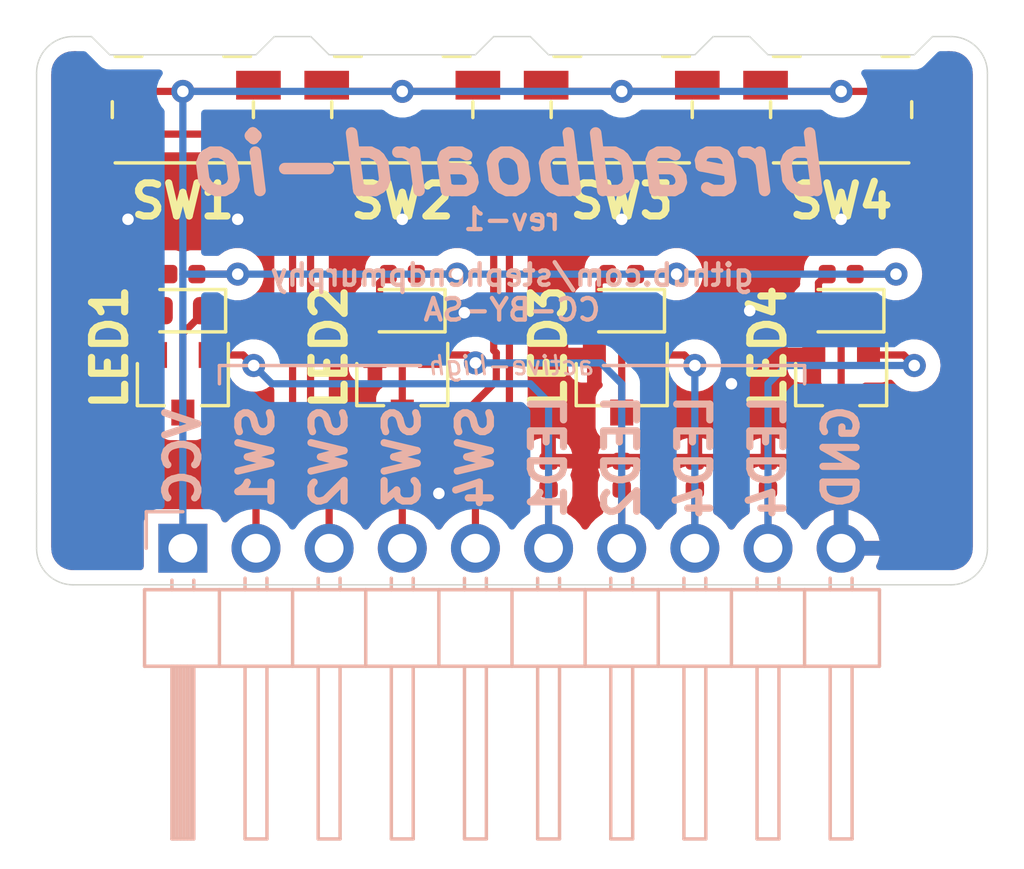
<source format=kicad_pcb>
(kicad_pcb (version 20211014) (generator pcbnew)
  (layers (0 "F.Cu" signal) (31 "B.Cu" signal) (34 "B.Paste" user) (35 "F.Paste" user) (36 "B.SilkS" user "B.Silkscreen") (37 "F.SilkS" user "F.Silkscreen") (38 "B.Mask" user) (39 "F.Mask" user) (44 "Edge.Cuts" user))
  (net 0 "")
  (net 1 "Net-(D1-Pad2)")
  (net 2 "Net-(D1-Pad1)")
  (net 3 "Net-(D2-Pad2)")
  (net 4 "Net-(D2-Pad1)")
  (net 5 "Net-(D3-Pad2)")
  (net 6 "Net-(D3-Pad1)")
  (net 7 "Net-(D4-Pad2)")
  (net 8 "Net-(D4-Pad1)")
  (net 9 "GND")
  (net 10 "LED3")
  (net 11 "LED2")
  (net 12 "LED1")
  (net 13 "LED0")
  (net 14 "SW3")
  (net 15 "SW2")
  (net 16 "SW1")
  (net 17 "SW0")
  (net 18 "VCC")
  (footprint "LED_SMD:LED_0603_1608Metric" (layer "F.Cu") (at 133.35 111.125 180)
    (fp_text reference "D2" hide)
    (fp_text value "LED")
    (fp_line (start 0.8 -0.735) (end -1.485 -0.735) (layer "F.SilkS") (width 0.12))
    (fp_line (start -1.485 -0.735) (end -1.485 0.735) (layer "F.SilkS") (width 0.12))
    (fp_line (start -1.485 0.735) (end 0.8 0.735) (layer "F.SilkS") (width 0.12))
    (pad "1" smd roundrect locked (at -0.7875 0 180) (size 0.875 0.95) (layers "F.Cu" "F.Paste" "F.Mask") (net 4 "Net-(D2-Pad1)"))
    (pad "2" smd roundrect locked (at 0.7875 0 180) (size 0.875 0.95) (layers "F.Cu" "F.Paste" "F.Mask") (net 3 "Net-(D2-Pad2)"))
  )
  (footprint "LED_SMD:LED_0603_1608Metric" (layer "F.Cu") (at 140.97 111.125 180)
    (fp_text reference "D3" hide)
    (fp_text value "LED")
    (fp_line (start -1.485 0.735) (end 0.8 0.735) (layer "F.SilkS") (width 0.12))
    (fp_line (start -1.485 -0.735) (end -1.485 0.735) (layer "F.SilkS") (width 0.12))
    (fp_line (start 0.8 -0.735) (end -1.485 -0.735) (layer "F.SilkS") (width 0.12))
    (pad "1" smd roundrect locked (at -0.7875 0 180) (size 0.875 0.95) (layers "F.Cu" "F.Paste" "F.Mask") (net 6 "Net-(D3-Pad1)"))
    (pad "2" smd roundrect locked (at 0.7875 0 180) (size 0.875 0.95) (layers "F.Cu" "F.Paste" "F.Mask") (net 5 "Net-(D3-Pad2)"))
  )
  (footprint "LED_SMD:LED_0603_1608Metric" (layer "F.Cu") (at 148.59 111.125 180)
    (fp_text reference "D4" hide)
    (fp_text value "LED")
    (fp_line (start 0.8 -0.735) (end -1.485 -0.735) (layer "F.SilkS") (width 0.12))
    (fp_line (start -1.485 0.735) (end 0.8 0.735) (layer "F.SilkS") (width 0.12))
    (fp_line (start -1.485 -0.735) (end -1.485 0.735) (layer "F.SilkS") (width 0.12))
    (pad "1" smd roundrect locked (at -0.7875 0 180) (size 0.875 0.95) (layers "F.Cu" "F.Paste" "F.Mask") (net 8 "Net-(D4-Pad1)"))
    (pad "2" smd roundrect locked (at 0.7875 0 180) (size 0.875 0.95) (layers "F.Cu" "F.Paste" "F.Mask") (net 7 "Net-(D4-Pad2)"))
  )
  (footprint "Package_TO_SOT_SMD:SOT-23" (layer "F.Cu") (at 133.35 113.665 -90)
    (fp_text reference "Q2" hide)
    (fp_text value "DMN3300U")
    (fp_line (start 0.76 -1.58) (end 0.76 -0.65) (layer "F.SilkS") (width 0.12))
    (fp_line (start 0.76 -1.58) (end -1.4 -1.58) (layer "F.SilkS") (width 0.12))
    (fp_line (start 0.76 1.58) (end 0.76 0.65) (layer "F.SilkS") (width 0.12))
    (fp_line (start 0.76 1.58) (end -0.7 1.58) (layer "F.SilkS") (width 0.12))
    (pad "1" smd rect locked (at -1 -0.95 270) (size 0.9 0.8) (layers "F.Cu" "F.Paste" "F.Mask") (net 12 "LED1"))
    (pad "2" smd rect locked (at -1 0.95 270) (size 0.9 0.8) (layers "F.Cu" "F.Paste" "F.Mask") (net 9 "GND"))
    (pad "3" smd rect locked (at 1 0 270) (size 0.9 0.8) (layers "F.Cu" "F.Paste" "F.Mask") (net 4 "Net-(D2-Pad1)"))
  )
  (footprint "Package_TO_SOT_SMD:SOT-23" (layer "F.Cu") (at 140.97 113.665 -90)
    (fp_text reference "Q3" hide)
    (fp_text value "DMN3300U")
    (fp_line (start 0.76 1.58) (end 0.76 0.65) (layer "F.SilkS") (width 0.12))
    (fp_line (start 0.76 -1.58) (end -1.4 -1.58) (layer "F.SilkS") (width 0.12))
    (fp_line (start 0.76 -1.58) (end 0.76 -0.65) (layer "F.SilkS") (width 0.12))
    (fp_line (start 0.76 1.58) (end -0.7 1.58) (layer "F.SilkS") (width 0.12))
    (pad "1" smd rect locked (at -1 -0.95 270) (size 0.9 0.8) (layers "F.Cu" "F.Paste" "F.Mask") (net 11 "LED2"))
    (pad "2" smd rect locked (at -1 0.95 270) (size 0.9 0.8) (layers "F.Cu" "F.Paste" "F.Mask") (net 9 "GND"))
    (pad "3" smd rect locked (at 1 0 270) (size 0.9 0.8) (layers "F.Cu" "F.Paste" "F.Mask") (net 6 "Net-(D3-Pad1)"))
  )
  (footprint "Package_TO_SOT_SMD:SOT-23" (layer "F.Cu") (at 148.59 113.665 -90)
    (fp_text reference "Q4" hide)
    (fp_text value "DMN3300U")
    (fp_line (start 0.76 1.58) (end 0.76 0.65) (layer "F.SilkS") (width 0.12))
    (fp_line (start 0.76 -1.58) (end -1.4 -1.58) (layer "F.SilkS") (width 0.12))
    (fp_line (start 0.76 -1.58) (end 0.76 -0.65) (layer "F.SilkS") (width 0.12))
    (fp_line (start 0.76 1.58) (end -0.7 1.58) (layer "F.SilkS") (width 0.12))
    (pad "1" smd rect locked (at -1 -0.95 270) (size 0.9 0.8) (layers "F.Cu" "F.Paste" "F.Mask") (net 10 "LED3"))
    (pad "2" smd rect locked (at -1 0.95 270) (size 0.9 0.8) (layers "F.Cu" "F.Paste" "F.Mask") (net 9 "GND"))
    (pad "3" smd rect locked (at 1 0 270) (size 0.9 0.8) (layers "F.Cu" "F.Paste" "F.Mask") (net 8 "Net-(D4-Pad1)"))
  )
  (footprint "Resistor_SMD:R_0402_1005Metric" (layer "F.Cu") (at 128.27 116.84 90)
    (fp_text reference "R1" hide)
    (fp_text value "10k")
    (pad "1" smd roundrect locked (at -0.485 0 90) (size 0.59 0.64) (layers "F.Cu" "F.Paste" "F.Mask") (net 17 "SW0"))
    (pad "2" smd roundrect locked (at 0.485 0 90) (size 0.59 0.64) (layers "F.Cu" "F.Paste" "F.Mask") (net 9 "GND"))
  )
  (footprint "Resistor_SMD:R_0402_1005Metric" (layer "F.Cu") (at 130.81 116.84 90)
    (fp_text reference "R2" hide)
    (fp_text value "10k")
    (pad "1" smd roundrect locked (at -0.485 0 90) (size 0.59 0.64) (layers "F.Cu" "F.Paste" "F.Mask") (net 16 "SW1"))
    (pad "2" smd roundrect locked (at 0.485 0 90) (size 0.59 0.64) (layers "F.Cu" "F.Paste" "F.Mask") (net 9 "GND"))
  )
  (footprint "Resistor_SMD:R_0402_1005Metric" (layer "F.Cu") (at 135.89 116.84 90)
    (fp_text reference "R4" hide)
    (fp_text value "10k")
    (pad "1" smd roundrect locked (at -0.485 0 90) (size 0.59 0.64) (layers "F.Cu" "F.Paste" "F.Mask") (net 14 "SW3"))
    (pad "2" smd roundrect locked (at 0.485 0 90) (size 0.59 0.64) (layers "F.Cu" "F.Paste" "F.Mask") (net 9 "GND"))
  )
  (footprint "Resistor_SMD:R_0402_1005Metric" (layer "F.Cu") (at 125.73 109.855 180)
    (fp_text reference "R5" hide)
    (fp_text value "330")
    (pad "1" smd roundrect locked (at -0.485 0 180) (size 0.59 0.64) (layers "F.Cu" "F.Paste" "F.Mask") (net 18 "VCC"))
    (pad "2" smd roundrect locked (at 0.485 0 180) (size 0.59 0.64) (layers "F.Cu" "F.Paste" "F.Mask") (net 1 "Net-(D1-Pad2)"))
  )
  (footprint "Resistor_SMD:R_0402_1005Metric" (layer "F.Cu") (at 133.35 109.855 180)
    (fp_text reference "R6" hide)
    (fp_text value "330")
    (pad "1" smd roundrect locked (at -0.485 0 180) (size 0.59 0.64) (layers "F.Cu" "F.Paste" "F.Mask") (net 18 "VCC"))
    (pad "2" smd roundrect locked (at 0.485 0 180) (size 0.59 0.64) (layers "F.Cu" "F.Paste" "F.Mask") (net 3 "Net-(D2-Pad2)"))
  )
  (footprint "Resistor_SMD:R_0402_1005Metric" (layer "F.Cu") (at 140.97 109.855 180)
    (fp_text reference "R7" hide)
    (fp_text value "330")
    (pad "1" smd roundrect locked (at -0.485 0 180) (size 0.59 0.64) (layers "F.Cu" "F.Paste" "F.Mask") (net 18 "VCC"))
    (pad "2" smd roundrect locked (at 0.485 0 180) (size 0.59 0.64) (layers "F.Cu" "F.Paste" "F.Mask") (net 5 "Net-(D3-Pad2)"))
  )
  (footprint "Resistor_SMD:R_0402_1005Metric" (layer "F.Cu") (at 148.59 109.855 180)
    (fp_text reference "R8" hide)
    (fp_text value "330")
    (pad "1" smd roundrect locked (at -0.485 0 180) (size 0.59 0.64) (layers "F.Cu" "F.Paste" "F.Mask") (net 18 "VCC"))
    (pad "2" smd roundrect locked (at 0.485 0 180) (size 0.59 0.64) (layers "F.Cu" "F.Paste" "F.Mask") (net 7 "Net-(D4-Pad2)"))
  )
  (footprint "Resistor_SMD:R_0402_1005Metric" (layer "F.Cu") (at 138.43 116.84 90)
    (fp_text reference "R9" hide)
    (fp_text value "10k")
    (pad "1" smd roundrect locked (at -0.485 0 90) (size 0.59 0.64) (layers "F.Cu" "F.Paste" "F.Mask") (net 13 "LED0"))
    (pad "2" smd roundrect locked (at 0.485 0 90) (size 0.59 0.64) (layers "F.Cu" "F.Paste" "F.Mask") (net 9 "GND"))
  )
  (footprint "Resistor_SMD:R_0402_1005Metric" (layer "F.Cu") (at 140.97 116.84 90)
    (fp_text reference "R10" hide)
    (fp_text value "10k")
    (pad "1" smd roundrect locked (at -0.485 0 90) (size 0.59 0.64) (layers "F.Cu" "F.Paste" "F.Mask") (net 12 "LED1"))
    (pad "2" smd roundrect locked (at 0.485 0 90) (size 0.59 0.64) (layers "F.Cu" "F.Paste" "F.Mask") (net 9 "GND"))
  )
  (footprint "Resistor_SMD:R_0402_1005Metric" (layer "F.Cu") (at 143.51 116.84 90)
    (fp_text reference "R11" hide)
    (fp_text value "10k")
    (pad "1" smd roundrect locked (at -0.485 0 90) (size 0.59 0.64) (layers "F.Cu" "F.Paste" "F.Mask") (net 11 "LED2"))
    (pad "2" smd roundrect locked (at 0.485 0 90) (size 0.59 0.64) (layers "F.Cu" "F.Paste" "F.Mask") (net 9 "GND"))
  )
  (footprint "Button_Switch_SMD:Panasonic_EVQPUJ_EVQPUA" (layer "F.Cu") (at 125.73 104.14)
    (fp_text reference "SW1" (at 0 3.175) (layer "F.SilkS") (effects (font (size 1.15 1.15) (thickness 0.25))))
    (fp_text value "SW0")
    (fp_line (start 2.35 1.85) (end -2.35 1.85) (layer "F.SilkS") (width 0.12))
    (fp_line (start 2.45 0.275) (end 2.45 -0.275) (layer "F.SilkS") (width 0.12))
    (fp_line (start 2.35 -1.85) (end 1.425 -1.85) (layer "F.SilkS") (width 0.12))
    (fp_line (start -1.425 -1.85) (end -2.35 -1.85) (layer "F.SilkS") (width 0.12))
    (fp_line (start -2.45 0.275) (end -2.45 -0.275) (layer "F.SilkS") (width 0.12))
    (pad "1" smd rect locked (at -2.625 -0.85 180) (size 1.55 1) (layers "F.Cu" "F.Paste" "F.Mask") (net 18 "VCC"))
    (pad "1" smd rect locked (at 2.625 -0.85 180) (size 1.55 1) (layers "F.Cu" "F.Paste" "F.Mask") (net 18 "VCC"))
    (pad "2" smd rect locked (at 2.625 0.85 180) (size 1.55 1) (layers "F.Cu" "F.Paste" "F.Mask") (net 17 "SW0"))
    (pad "2" smd rect locked (at -2.625 0.85 180) (size 1.55 1) (layers "F.Cu" "F.Paste" "F.Mask") (net 17 "SW0"))
  )
  (footprint "Button_Switch_SMD:Panasonic_EVQPUJ_EVQPUA" (layer "F.Cu") (at 133.35 104.14)
    (fp_text reference "SW2" (at 0 3.175) (layer "F.SilkS") (effects (font (size 1.15 1.15) (thickness 0.25))))
    (fp_text value "SW0")
    (fp_line (start -1.425 -1.85) (end -2.35 -1.85) (layer "F.SilkS") (width 0.12))
    (fp_line (start 2.35 1.85) (end -2.35 1.85) (layer "F.SilkS") (width 0.12))
    (fp_line (start 2.45 0.275) (end 2.45 -0.275) (layer "F.SilkS") (width 0.12))
    (fp_line (start 2.35 -1.85) (end 1.425 -1.85) (layer "F.SilkS") (width 0.12))
    (fp_line (start -2.45 0.275) (end -2.45 -0.275) (layer "F.SilkS") (width 0.12))
    (pad "1" smd rect locked (at -2.625 -0.85 180) (size 1.55 1) (layers "F.Cu" "F.Paste" "F.Mask") (net 18 "VCC"))
    (pad "1" smd rect locked (at 2.625 -0.85 180) (size 1.55 1) (layers "F.Cu" "F.Paste" "F.Mask") (net 18 "VCC"))
    (pad "2" smd rect locked (at -2.625 0.85 180) (size 1.55 1) (layers "F.Cu" "F.Paste" "F.Mask") (net 16 "SW1"))
    (pad "2" smd rect locked (at 2.625 0.85 180) (size 1.55 1) (layers "F.Cu" "F.Paste" "F.Mask") (net 16 "SW1"))
  )
  (footprint "Button_Switch_SMD:Panasonic_EVQPUJ_EVQPUA" (layer "F.Cu") (at 140.97 104.14)
    (fp_text reference "SW3" (at 0 3.175) (layer "F.SilkS") (effects (font (size 1.15 1.15) (thickness 0.25))))
    (fp_text value "SW0")
    (fp_line (start 2.35 -1.85) (end 1.425 -1.85) (layer "F.SilkS") (width 0.12))
    (fp_line (start 2.35 1.85) (end -2.35 1.85) (layer "F.SilkS") (width 0.12))
    (fp_line (start -2.45 0.275) (end -2.45 -0.275) (layer "F.SilkS") (width 0.12))
    (fp_line (start 2.45 0.275) (end 2.45 -0.275) (layer "F.SilkS") (width 0.12))
    (fp_line (start -1.425 -1.85) (end -2.35 -1.85) (layer "F.SilkS") (width 0.12))
    (pad "1" smd rect locked (at 2.625 -0.85 180) (size 1.55 1) (layers "F.Cu" "F.Paste" "F.Mask") (net 18 "VCC"))
    (pad "1" smd rect locked (at -2.625 -0.85 180) (size 1.55 1) (layers "F.Cu" "F.Paste" "F.Mask") (net 18 "VCC"))
    (pad "2" smd rect locked (at 2.625 0.85 180) (size 1.55 1) (layers "F.Cu" "F.Paste" "F.Mask") (net 15 "SW2"))
    (pad "2" smd rect locked (at -2.625 0.85 180) (size 1.55 1) (layers "F.Cu" "F.Paste" "F.Mask") (net 15 "SW2"))
  )
  (footprint "Button_Switch_SMD:Panasonic_EVQPUJ_EVQPUA" (layer "F.Cu") (at 148.59 104.14)
    (fp_text reference "SW4" (at 0 3.175) (layer "F.SilkS") (effects (font (size 1.15 1.15) (thickness 0.25))))
    (fp_text value "SW0")
    (fp_line (start 2.45 0.275) (end 2.45 -0.275) (layer "F.SilkS") (width 0.12))
    (fp_line (start 2.35 -1.85) (end 1.425 -1.85) (layer "F.SilkS") (width 0.12))
    (fp_line (start 2.35 1.85) (end -2.35 1.85) (layer "F.SilkS") (width 0.12))
    (fp_line (start -2.45 0.275) (end -2.45 -0.275) (layer "F.SilkS") (width 0.12))
    (fp_line (start -1.425 -1.85) (end -2.35 -1.85) (layer "F.SilkS") (width 0.12))
    (pad "1" smd rect locked (at -2.625 -0.85 180) (size 1.55 1) (layers "F.Cu" "F.Paste" "F.Mask") (net 18 "VCC"))
    (pad "1" smd rect locked (at 2.625 -0.85 180) (size 1.55 1) (layers "F.Cu" "F.Paste" "F.Mask") (net 18 "VCC"))
    (pad "2" smd rect locked (at 2.625 0.85 180) (size 1.55 1) (layers "F.Cu" "F.Paste" "F.Mask") (net 14 "SW3"))
    (pad "2" smd rect locked (at -2.625 0.85 180) (size 1.55 1) (layers "F.Cu" "F.Paste" "F.Mask") (net 14 "SW3"))
  )
  (footprint "Resistor_SMD:R_0402_1005Metric" (layer "F.Cu") (at 133.35 116.84 90)
    (fp_text reference "R3" hide)
    (fp_text value "10k")
    (pad "1" smd roundrect locked (at -0.485 0 90) (size 0.59 0.64) (layers "F.Cu" "F.Paste" "F.Mask") (net 15 "SW2"))
    (pad "2" smd roundrect locked (at 0.485 0 90) (size 0.59 0.64) (layers "F.Cu" "F.Paste" "F.Mask") (net 9 "GND"))
  )
  (footprint "LED_SMD:LED_0603_1608Metric" (layer "F.Cu") (at 125.73 111.125 180)
    (fp_text reference "D1" hide)
    (fp_text value "LED")
    (fp_line (start -1.485 -0.735) (end -1.485 0.735) (layer "F.SilkS") (width 0.12))
    (fp_line (start -1.485 0.735) (end 0.8 0.735) (layer "F.SilkS") (width 0.12))
    (fp_line (start 0.8 -0.735) (end -1.485 -0.735) (layer "F.SilkS") (width 0.12))
    (pad "1" smd roundrect locked (at -0.7875 0 180) (size 0.875 0.95) (layers "F.Cu" "F.Paste" "F.Mask") (net 2 "Net-(D1-Pad1)"))
    (pad "2" smd roundrect locked (at 0.7875 0 180) (size 0.875 0.95) (layers "F.Cu" "F.Paste" "F.Mask") (net 1 "Net-(D1-Pad2)"))
  )
  (footprint "Package_TO_SOT_SMD:SOT-23" (layer "F.Cu") (at 125.73 113.665 -90)
    (fp_text reference "Q1" hide)
    (fp_text value "DMN3300U")
    (fp_line (start 0.76 -1.58) (end -1.4 -1.58) (layer "F.SilkS") (width 0.12))
    (fp_line (start 0.76 1.58) (end 0.76 0.65) (layer "F.SilkS") (width 0.12))
    (fp_line (start 0.76 -1.58) (end 0.76 -0.65) (layer "F.SilkS") (width 0.12))
    (fp_line (start 0.76 1.58) (end -0.7 1.58) (layer "F.SilkS") (width 0.12))
    (pad "1" smd rect locked (at -1 -0.95 270) (size 0.9 0.8) (layers "F.Cu" "F.Paste" "F.Mask") (net 13 "LED0"))
    (pad "2" smd rect locked (at -1 0.95 270) (size 0.9 0.8) (layers "F.Cu" "F.Paste" "F.Mask") (net 9 "GND"))
    (pad "3" smd rect locked (at 1 0 270) (size 0.9 0.8) (layers "F.Cu" "F.Paste" "F.Mask") (net 2 "Net-(D1-Pad1)"))
  )
  (footprint "Resistor_SMD:R_0402_1005Metric" (layer "F.Cu") (at 146.05 116.84 90)
    (fp_text reference "R12" hide)
    (fp_text value "10k")
    (pad "1" smd roundrect locked (at -0.485 0 90) (size 0.59 0.64) (layers "F.Cu" "F.Paste" "F.Mask") (net 10 "LED3"))
    (pad "2" smd roundrect locked (at 0.485 0 90) (size 0.59 0.64) (layers "F.Cu" "F.Paste" "F.Mask") (net 9 "GND"))
  )
  (footprint "Connector_PinHeader_2.54mm:PinHeader_1x10_P2.54mm_Horizontal" (layer "B.Cu") (at 125.73 119.38 -90)
    (fp_text reference "J1" hide)
    (fp_text value "Conn_01x10_Male")
    (fp_line (start 10.1 -18.16) (end 4.1 -18.16) (layer "B.SilkS") (width 0.12))
    (fp_line (start 1.042929 -10.54) (end 1.44 -10.54) (layer "B.SilkS") (width 0.12))
    (fp_line (start 1.44 -21.59) (end 4.1 -21.59) (layer "B.SilkS") (width 0.12))
    (fp_line (start 1.042929 -22.48) (end 1.44 -22.48) (layer "B.SilkS") (width 0.12))
    (fp_line (start 1.44 -8.89) (end 4.1 -8.89) (layer "B.SilkS") (width 0.12))
    (fp_line (start -1.27 1.27) (end 0 1.27) (layer "B.SilkS") (width 0.12))
    (fp_line (start 4.1 -24.19) (end 4.1 1.33) (layer "B.SilkS") (width 0.12))
    (fp_line (start 10.1 -20.7) (end 4.1 -20.7) (layer "B.SilkS") (width 0.12))
    (fp_line (start 10.1 -22.48) (end 10.1 -23.24) (layer "B.SilkS") (width 0.12))
    (fp_line (start 10.1 -17.4) (end 10.1 -18.16) (layer "B.SilkS") (width 0.12))
    (fp_line (start 1.042929 -17.4) (end 1.44 -17.4) (layer "B.SilkS") (width 0.12))
    (fp_line (start 10.1 -2.16) (end 10.1 -2.92) (layer "B.SilkS") (width 0.12))
    (fp_line (start 4.1 0.2) (end 10.1 0.2) (layer "B.SilkS") (width 0.12))
    (fp_line (start 1.44 -3.81) (end 4.1 -3.81) (layer "B.SilkS") (width 0.12))
    (fp_line (start 1.44 -24.19) (end 4.1 -24.19) (layer "B.SilkS") (width 0.12))
    (fp_line (start 4.1 -22.48) (end 10.1 -22.48) (layer "B.SilkS") (width 0.12))
    (fp_line (start 1.042929 -2.92) (end 1.44 -2.92) (layer "B.SilkS") (width 0.12))
    (fp_line (start 1.44 -11.43) (end 4.1 -11.43) (layer "B.SilkS") (width 0.12))
    (fp_line (start 1.44 -1.27) (end 4.1 -1.27) (layer "B.SilkS") (width 0.12))
    (fp_line (start 1.042929 -4.7) (end 1.44 -4.7) (layer "B.SilkS") (width 0.12))
    (fp_line (start 1.042929 -14.86) (end 1.44 -14.86) (layer "B.SilkS") (width 0.12))
    (fp_line (start 10.1 0.38) (end 10.1 -0.38) (layer "B.SilkS") (width 0.12))
    (fp_line (start 10.1 -14.86) (end 10.1 -15.62) (layer "B.SilkS") (width 0.12))
    (fp_line (start 1.11 -0.38) (end 1.44 -0.38) (layer "B.SilkS") (width 0.12))
    (fp_line (start 1.44 -19.05) (end 4.1 -19.05) (layer "B.SilkS") (width 0.12))
    (fp_line (start 1.042929 -8) (end 1.44 -8) (layer "B.SilkS") (width 0.12))
    (fp_line (start 1.042929 -12.32) (end 1.44 -12.32) (layer "B.SilkS") (width 0.12))
    (fp_line (start 4.1 -0.28) (end 10.1 -0.28) (layer "B.SilkS") (width 0.12))
    (fp_line (start 10.1 -7.24) (end 10.1 -8) (layer "B.SilkS") (width 0.12))
    (fp_line (start 4.1 -12.32) (end 10.1 -12.32) (layer "B.SilkS") (width 0.12))
    (fp_line (start 4.1 0.08) (end 10.1 0.08) (layer "B.SilkS") (width 0.12))
    (fp_line (start 4.1 -0.04) (end 10.1 -0.04) (layer "B.SilkS") (width 0.12))
    (fp_line (start 10.1 -9.78) (end 10.1 -10.54) (layer "B.SilkS") (width 0.12))
    (fp_line (start 1.44 1.33) (end 1.44 -24.19) (layer "B.SilkS") (width 0.12))
    (fp_line (start 1.042929 -20.7) (end 1.44 -20.7) (layer "B.SilkS") (width 0.12))
    (fp_line (start 10.1 -0.38) (end 4.1 -0.38) (layer "B.SilkS") (width 0.12))
    (fp_line (start 10.1 -13.08) (end 4.1 -13.08) (layer "B.SilkS") (width 0.12))
    (fp_line (start 10.1 -15.62) (end 4.1 -15.62) (layer "B.SilkS") (width 0.12))
    (fp_line (start 1.11 0.38) (end 1.44 0.38) (layer "B.SilkS") (width 0.12))
    (fp_line (start 1.042929 -18.16) (end 1.44 -18.16) (layer "B.SilkS") (width 0.12))
    (fp_line (start 1.44 -16.51) (end 4.1 -16.51) (layer "B.SilkS") (width 0.12))
    (fp_line (start 1.042929 -2.16) (end 1.44 -2.16) (layer "B.SilkS") (width 0.12))
    (fp_line (start 10.1 -2.92) (end 4.1 -2.92) (layer "B.SilkS") (width 0.12))
    (fp_line (start 10.1 -19.94) (end 10.1 -20.7) (layer "B.SilkS") (width 0.12))
    (fp_line (start 1.44 -13.97) (end 4.1 -13.97) (layer "B.SilkS") (width 0.12))
    (fp_line (start 4.1 -4.7) (end 10.1 -4.7) (layer "B.SilkS") (width 0.12))
    (fp_line (start 10.1 -5.46) (end 4.1 -5.46) (layer "B.SilkS") (width 0.12))
    (fp_line (start 1.44 -6.35) (end 4.1 -6.35) (layer "B.SilkS") (width 0.12))
    (fp_line (start 1.042929 -9.78) (end 1.44 -9.78) (layer "B.SilkS") (width 0.12))
    (fp_line (start 10.1 -10.54) (end 4.1 -10.54) (layer "B.SilkS") (width 0.12))
    (fp_line (start 10.1 -12.32) (end 10.1 -13.08) (layer "B.SilkS") (width 0.12))
    (fp_line (start 10.1 -4.7) (end 10.1 -5.46) (layer "B.SilkS") (width 0.12))
    (fp_line (start 4.1 -14.86) (end 10.1 -14.86) (layer "B.SilkS") (width 0.12))
    (fp_line (start 4.1 0.38) (end 10.1 0.38) (layer "B.SilkS") (width 0.12))
    (fp_line (start 4.1 0.32) (end 10.1 0.32) (layer "B.SilkS") (width 0.12))
    (fp_line (start 1.042929 -7.24) (end 1.44 -7.24) (layer "B.SilkS") (width 0.12))
    (fp_line (start 4.1 -7.24) (end 10.1 -7.24) (layer "B.SilkS") (width 0.12))
    (fp_line (start 1.042929 -23.24) (end 1.44 -23.24) (layer "B.SilkS") (width 0.12))
    (fp_line (start 4.1 -0.16) (end 10.1 -0.16) (layer "B.SilkS") (width 0.12))
    (fp_line (start 4.1 1.33) (end 1.44 1.33) (layer "B.SilkS") (width 0.12))
    (fp_line (start 10.1 -23.24) (end 4.1 -23.24) (layer "B.SilkS") (width 0.12))
    (fp_line (start 1.042929 -13.08) (end 1.44 -13.08) (layer "B.SilkS") (width 0.12))
    (fp_line (start 4.1 -2.16) (end 10.1 -2.16) (layer "B.SilkS") (width 0.12))
    (fp_line (start 1.042929 -19.94) (end 1.44 -19.94) (layer "B.SilkS") (width 0.12))
    (fp_line (start 4.1 -9.78) (end 10.1 -9.78) (layer "B.SilkS") (width 0.12))
    (fp_line (start 1.042929 -5.46) (end 1.44 -5.46) (layer "B.SilkS") (width 0.12))
    (fp_line (start 10.1 -8) (end 4.1 -8) (layer "B.SilkS") (width 0.12))
    (fp_line (start 1.042929 -15.62) (end 1.44 -15.62) (layer "B.SilkS") (width 0.12))
    (fp_line (start 4.1 -17.4) (end 10.1 -17.4) (layer "B.SilkS") (width 0.12))
    (fp_line (start 4.1 -19.94) (end 10.1 -19.94) (layer "B.SilkS") (width 0.12))
    (fp_line (start -1.27 0) (end -1.27 1.27) (layer "B.SilkS") (width 0.12))
    (pad "1" thru_hole rect locked (at 0 0 270) (size 1.7 1.7) (drill 1) (layers *.Cu *.Mask) (net 18 "VCC"))
    (pad "2" thru_hole oval locked (at 0 -2.54 270) (size 1.7 1.7) (drill 1) (layers *.Cu *.Mask) (net 17 "SW0"))
    (pad "3" thru_hole oval locked (at 0 -5.08 270) (size 1.7 1.7) (drill 1) (layers *.Cu *.Mask) (net 16 "SW1"))
    (pad "4" thru_hole oval locked (at 0 -7.62 270) (size 1.7 1.7) (drill 1) (layers *.Cu *.Mask) (net 15 "SW2"))
    (pad "5" thru_hole oval locked (at 0 -10.16 270) (size 1.7 1.7) (drill 1) (layers *.Cu *.Mask) (net 14 "SW3"))
    (pad "6" thru_hole oval locked (at 0 -12.7 270) (size 1.7 1.7) (drill 1) (layers *.Cu *.Mask) (net 13 "LED0"))
    (pad "7" thru_hole oval locked (at 0 -15.24 270) (size 1.7 1.7) (drill 1) (layers *.Cu *.Mask) (net 12 "LED1"))
    (pad "8" thru_hole oval locked (at 0 -17.78 270) (size 1.7 1.7) (drill 1) (layers *.Cu *.Mask) (net 11 "LED2"))
    (pad "9" thru_hole oval locked (at 0 -20.32 270) (size 1.7 1.7) (drill 1) (layers *.Cu *.Mask) (net 10 "LED3"))
    (pad "10" thru_hole oval locked (at 0 -22.86 270) (size 1.7 1.7) (drill 1) (layers *.Cu *.Mask) (net 9 "GND"))
  )
  (gr_line (start 127 113.03) (end 127 113.665) (layer "B.SilkS") (width 0.12))
  (gr_line (start 147.32 113.03) (end 147.32 113.665) (layer "B.SilkS") (width 0.12))
  (gr_line (start 133.985 113.03) (end 127 113.03) (layer "B.SilkS") (width 0.12))
  (gr_line (start 140.335 113.03) (end 147.32 113.03) (layer "B.SilkS") (width 0.12))
  (gr_line (start 120.65 118.745) (end 120.65 118.11) (layer "Edge.Cuts") (width 0.05))
  (gr_line (start 120.65 119.38) (end 120.65 118.745) (layer "Edge.Cuts") (width 0.05))
  (gr_line (start 121.92 120.65) (end 152.4 120.65) (layer "Edge.Cuts") (width 0.05))
  (gr_line (start 151.765 101.6) (end 152.4 101.6) (layer "Edge.Cuts") (width 0.05))
  (gr_line (start 121.92 101.6) (end 122.555 101.6) (layer "Edge.Cuts") (width 0.05))
  (gr_line (start 153.67 119.38) (end 153.67 102.87) (layer "Edge.Cuts") (width 0.05))
  (gr_line (start 120.65 117.475) (end 120.65 102.87) (layer "Edge.Cuts") (width 0.05))
  (gr_line (start 120.65 118.11) (end 120.65 117.475) (layer "Edge.Cuts") (width 0.05))
  (gr_line (start 128.27 102.235) (end 128.905 101.6) (layer "Edge.Cuts") (width 0.05))
  (gr_arc (start 152.4 101.6) (mid 153.298026 101.971974) (end 153.67 102.87) (layer "Edge.Cuts") (width 0.05))
  (gr_arc (start 121.92 120.65) (mid 121.021974 120.278026) (end 120.65 119.38) (layer "Edge.Cuts") (width 0.05))
  (gr_line (start 128.905 101.6) (end 130.175 101.6) (layer "Edge.Cuts") (width 0.05))
  (gr_line (start 144.145 101.6) (end 145.415 101.6) (layer "Edge.Cuts") (width 0.05))
  (gr_line (start 130.175 101.6) (end 130.81 102.235) (layer "Edge.Cuts") (width 0.05))
  (gr_arc (start 120.65 102.87) (mid 121.021974 101.971974) (end 121.92 101.6) (layer "Edge.Cuts") (width 0.05))
  (gr_line (start 151.13 102.235) (end 151.765 101.6) (layer "Edge.Cuts") (width 0.05))
  (gr_line (start 138.43 102.235) (end 143.51 102.235) (layer "Edge.Cuts") (width 0.05))
  (gr_line (start 136.525 101.6) (end 137.795 101.6) (layer "Edge.Cuts") (width 0.05))
  (gr_line (start 122.555 101.6) (end 123.19 102.235) (layer "Edge.Cuts") (width 0.05))
  (gr_line (start 137.795 101.6) (end 138.43 102.235) (layer "Edge.Cuts") (width 0.05))
  (gr_line (start 143.51 102.235) (end 144.145 101.6) (layer "Edge.Cuts") (width 0.05))
  (gr_arc (start 153.67 119.38) (mid 153.298026 120.278026) (end 152.4 120.65) (layer "Edge.Cuts") (width 0.05))
  (gr_line (start 135.89 102.235) (end 136.525 101.6) (layer "Edge.Cuts") (width 0.05))
  (gr_line (start 145.415 101.6) (end 146.05 102.235) (layer "Edge.Cuts") (width 0.05))
  (gr_line (start 123.19 102.235) (end 128.27 102.235) (layer "Edge.Cuts") (width 0.05))
  (gr_line (start 146.05 102.235) (end 151.13 102.235) (layer "Edge.Cuts") (width 0.05))
  (gr_line (start 130.81 102.235) (end 135.89 102.235) (layer "Edge.Cuts") (width 0.05))
  (gr_text "LED1\n" (at 138.43 116.205 90) (layer "B.SilkS") (effects (font (size 1.15 1.15) (thickness 0.25)) (justify mirror)))
  (gr_text "VCC" (at 125.73 116.205 90) (layer "B.SilkS") (effects (font (size 1.15 1.15) (thickness 0.25)) (justify mirror)))
  (gr_text "breadboard-io" (at 137.16 106.045) (layer "B.SilkS") (effects (font (size 2 2) (thickness 0.4) italic) (justify mirror)))
  (gr_text "LED4\n" (at 146.05 116.205 90) (layer "B.SilkS") (effects (font (size 1.15 1.15) (thickness 0.25)) (justify mirror)))
  (gr_text "LED2\n" (at 140.97 116.205 90) (layer "B.SilkS") (effects (font (size 1.15 1.15) (thickness 0.25)) (justify mirror)))
  (gr_text "rev-1" (at 137.16 107.95) (layer "B.SilkS") (effects (font (size 0.75 0.75)) (justify mirror)))
  (gr_text "GND" (at 148.59 116.205 90) (layer "B.SilkS") (effects (font (size 1.15 1.15) (thickness 0.25)) (justify mirror)))
  (gr_text "SW1\n" (at 128.27 116.205 90) (layer "B.SilkS") (effects (font (size 1.15 1.15) (thickness 0.25)) (justify mirror)))
  (gr_text "SW4" (at 135.89 116.205 90) (layer "B.SilkS") (effects (font (size 1.15 1.15) (thickness 0.25)) (justify mirror)))
  (gr_text "SW3\n" (at 133.35 116.205 90) (layer "B.SilkS") (effects (font (size 1.15 1.15) (thickness 0.25)) (justify mirror)))
  (gr_text "active-high" (at 137.16 113.03) (layer "B.SilkS") (effects (font (size 0.65 0.65) (thickness 0.1) italic) (justify mirror)))
  (gr_text "LED4\n" (at 143.51 116.205 90) (layer "B.SilkS") (effects (font (size 1.15 1.15) (thickness 0.25)) (justify mirror)))
  (gr_text "SW2\n" (at 130.81 116.205 90) (layer "B.SilkS") (effects (font (size 1.15 1.15) (thickness 0.25)) (justify mirror)))
  (gr_text "github.com/stephendpmurphy\nCC-BY-SA" (at 137.16 110.49) (layer "B.SilkS") (effects (font (size 0.75 0.75)) (justify mirror)))
  (gr_text "LED4" (at 146.05 112.395 90) (layer "F.SilkS") (effects (font (size 1.15 1.15) (thickness 0.25))))
  (gr_text "LED3" (at 138.43 112.395 90) (layer "F.SilkS") (effects (font (size 1.15 1.15) (thickness 0.25))))
  (gr_text "LED1\n" (at 123.19 112.395 90) (layer "F.SilkS") (effects (font (size 1.15 1.15) (thickness 0.25))))
  (gr_text "LED2" (at 130.81 112.395 90) (layer "F.SilkS") (effects (font (size 1.15 1.15) (thickness 0.25))))
  (segment (start 124.9425 110.1575) (end 125.245 109.855) (width 0.25) (layer "F.Cu") (net 1))
  (segment (start 124.9425 111.125) (end 124.9425 110.1575) (width 0.25) (layer "F.Cu") (net 1))
  (segment (start 126.5175 111.125) (end 125.73 111.9125) (width 0.25) (layer "F.Cu") (net 2))
  (segment (start 125.73 111.9125) (end 125.73 114.665) (width 0.25) (layer "F.Cu") (net 2))
  (segment (start 132.5625 111.125) (end 132.5625 110.1575) (width 0.25) (layer "F.Cu") (net 3))
  (segment (start 132.5625 110.1575) (end 132.865 109.855) (width 0.25) (layer "F.Cu") (net 3))
  (segment (start 133.35 114.665) (end 133.35 111.9125) (width 0.25) (layer "F.Cu") (net 4))
  (segment (start 133.35 111.9125) (end 134.1375 111.125) (width 0.25) (layer "F.Cu") (net 4))
  (segment (start 140.1825 110.1575) (end 140.485 109.855) (width 0.25) (layer "F.Cu") (net 5))
  (segment (start 140.1825 111.125) (end 140.1825 110.1575) (width 0.25) (layer "F.Cu") (net 5))
  (segment (start 140.97 111.9125) (end 141.7575 111.125) (width 0.25) (layer "F.Cu") (net 6))
  (segment (start 140.97 114.665) (end 140.97 111.9125) (width 0.25) (layer "F.Cu") (net 6))
  (segment (start 147.8025 110.1575) (end 148.105 109.855) (width 0.25) (layer "F.Cu") (net 7))
  (segment (start 147.8025 111.125) (end 147.8025 110.1575) (width 0.25) (layer "F.Cu") (net 7))
  (segment (start 148.59 114.665) (end 148.59 111.9125) (width 0.25) (layer "F.Cu") (net 8))
  (segment (start 148.59 111.9125) (end 149.3775 111.125) (width 0.25) (layer "F.Cu") (net 8))
  (via (at 145.415 111.125) (size 0.8) (drill 0.4) (layers "F.Cu" "B.Cu") (net 9))
  (via (at 148.59 107.95) (size 0.8) (drill 0.4) (layers "F.Cu" "B.Cu") (net 9))
  (via (at 123.825 107.95) (size 0.8) (drill 0.4) (layers "F.Cu" "B.Cu") (net 9))
  (via (at 134.62 117.475) (size 0.8) (drill 0.4) (layers "F.Cu" "B.Cu") (net 9))
  (via (at 127.635 107.95) (size 0.8) (drill 0.4) (layers "F.Cu" "B.Cu") (net 9))
  (via (at 144.78 113.665) (size 0.8) (drill 0.4) (layers "F.Cu" "B.Cu") (net 9))
  (via (at 133.35 107.95) (size 0.8) (drill 0.4) (layers "F.Cu" "B.Cu") (net 9))
  (via (at 140.97 107.95) (size 0.8) (drill 0.4) (layers "F.Cu" "B.Cu") (net 9))
  (via (at 135.504372 111.195541) (size 0.8) (drill 0.4) (layers "F.Cu" "B.Cu") (net 9))
  (segment (start 150.765 112.665) (end 151.13 113.03) (width 0.25) (layer "F.Cu") (net 10))
  (segment (start 149.54 112.665) (end 150.765 112.665) (width 0.25) (layer "F.Cu") (net 10))
  (segment (start 146.05 119.38) (end 146.05 117.325) (width 0.25) (layer "F.Cu") (net 10))
  (via (at 151.13 113.03) (size 0.8) (drill 0.4) (layers "F.Cu" "B.Cu") (net 10))
  (segment (start 151.13 113.03) (end 146.685 113.03) (width 0.25) (layer "B.Cu") (net 10))
  (segment (start 146.685 113.03) (end 146.05 113.665) (width 0.25) (layer "B.Cu") (net 10))
  (segment (start 146.05 113.665) (end 146.05 119.38) (width 0.25) (layer "B.Cu") (net 10))
  (segment (start 143.145 112.665) (end 143.51 113.03) (width 0.25) (layer "F.Cu") (net 11))
  (segment (start 141.92 112.665) (end 143.145 112.665) (width 0.25) (layer "F.Cu") (net 11))
  (segment (start 143.51 119.38) (end 143.51 117.325) (width 0.25) (layer "F.Cu") (net 11))
  (via (at 143.51 113.03) (size 0.8) (drill 0.4) (layers "F.Cu" "B.Cu") (net 11))
  (segment (start 143.51 117.475) (end 143.51 119.38) (width 0.25) (layer "B.Cu") (net 11))
  (segment (start 143.51 113.03) (end 143.51 117.475) (width 0.25) (layer "B.Cu") (net 11))
  (segment (start 140.97 119.38) (end 140.97 117.325) (width 0.25) (layer "F.Cu") (net 12))
  (segment (start 135.615 112.665) (end 135.89 112.94) (width 0.25) (layer "F.Cu") (net 12))
  (segment (start 134.3 112.665) (end 135.615 112.665) (width 0.25) (layer "F.Cu") (net 12))
  (via (at 135.89 112.94) (size 0.8) (drill 0.4) (layers "F.Cu" "B.Cu") (net 12))
  (segment (start 140.245 112.94) (end 140.97 113.665) (width 0.25) (layer "B.Cu") (net 12))
  (segment (start 135.89 112.94) (end 140.245 112.94) (width 0.25) (layer "B.Cu") (net 12))
  (segment (start 140.97 113.665) (end 140.97 119.38) (width 0.25) (layer "B.Cu") (net 12))
  (segment (start 127.82501 112.665) (end 128.19001 113.03) (width 0.25) (layer "F.Cu") (net 13))
  (segment (start 138.43 119.38) (end 138.43 117.325) (width 0.25) (layer "F.Cu") (net 13))
  (segment (start 126.68 112.665) (end 127.82501 112.665) (width 0.25) (layer "F.Cu") (net 13))
  (via (at 128.19001 113.03) (size 0.8) (drill 0.4) (layers "F.Cu" "B.Cu") (net 13))
  (segment (start 137.795 113.665) (end 138.43 114.3) (width 0.25) (layer "B.Cu") (net 13))
  (segment (start 128.19001 113.03) (end 128.82501 113.665) (width 0.25) (layer "B.Cu") (net 13))
  (segment (start 138.43 114.3) (end 138.43 119.38) (width 0.25) (layer "B.Cu") (net 13))
  (segment (start 128.82501 113.665) (end 137.795 113.665) (width 0.25) (layer "B.Cu") (net 13))
  (segment (start 135.89 117.325) (end 136.21 117.325) (width 0.25) (layer "F.Cu") (net 14))
  (segment (start 145.965 104.99) (end 145.835 104.99) (width 0.25) (layer "F.Cu") (net 14))
  (segment (start 137.16 116.375) (end 137.069999 116.284999) (width 0.25) (layer "F.Cu") (net 14))
  (segment (start 145.835 104.99) (end 144.78 106.045) (width 0.25) (layer "F.Cu") (net 14))
  (segment (start 137.069999 116.284999) (end 137.069999 106.901411) (width 0.25) (layer "F.Cu") (net 14))
  (segment (start 137.92641 106.045) (end 137.069999 106.901411) (width 0.25) (layer "F.Cu") (net 14))
  (segment (start 136.21 117.325) (end 137.16 116.375) (width 0.25) (layer "F.Cu") (net 14))
  (segment (start 135.89 119.38) (end 135.89 117.325) (width 0.25) (layer "F.Cu") (net 14))
  (segment (start 145.965 104.99) (end 151.215 104.99) (width 0.25) (layer "F.Cu") (net 14))
  (segment (start 144.78 106.045) (end 137.92641 106.045) (width 0.25) (layer "F.Cu") (net 14))
  (segment (start 136.615001 112.591999) (end 136.615001 113.574999) (width 0.25) (layer "F.Cu") (net 15))
  (segment (start 136.525 106.68) (end 136.525 112.501998) (width 0.25) (layer "F.Cu") (net 15))
  (segment (start 138.345 104.99) (end 143.595 104.99) (width 0.25) (layer "F.Cu") (net 15))
  (segment (start 138.215 104.99) (end 136.525 106.68) (width 0.25) (layer "F.Cu") (net 15))
  (segment (start 136.525 112.501998) (end 136.615001 112.591999) (width 0.25) (layer "F.Cu") (net 15))
  (segment (start 138.345 104.99) (end 138.215 104.99) (width 0.25) (layer "F.Cu") (net 15))
  (segment (start 133.35 119.38) (end 133.35 117.325) (width 0.25) (layer "F.Cu") (net 15))
  (segment (start 136.615001 113.574999) (end 133.99501 116.19499) (width 0.25) (layer "F.Cu") (net 15))
  (segment (start 133.99501 116.19499) (end 133.99501 116.82999) (width 0.25) (layer "F.Cu") (net 15))
  (segment (start 133.99501 116.82999) (end 133.5 117.325) (width 0.25) (layer "F.Cu") (net 15))
  (segment (start 133.5 117.325) (end 133.35 117.325) (width 0.25) (layer "F.Cu") (net 15))
  (segment (start 130.16499 105.55001) (end 130.16499 116.698222) (width 0.25) (layer "F.Cu") (net 16))
  (segment (start 130.791768 117.325) (end 130.81 117.325) (width 0.25) (layer "F.Cu") (net 16))
  (segment (start 130.725 104.99) (end 130.16499 105.55001) (width 0.25) (layer "F.Cu") (net 16))
  (segment (start 130.81 119.38) (end 130.81 117.325) (width 0.25) (layer "F.Cu") (net 16))
  (segment (start 130.725 104.99) (end 135.975 104.99) (width 0.25) (layer "F.Cu") (net 16))
  (segment (start 130.16499 116.698222) (end 130.791768 117.325) (width 0.25) (layer "F.Cu") (net 16))
  (segment (start 123.105 104.99) (end 128.355 104.99) (width 0.25) (layer "F.Cu") (net 17))
  (segment (start 129.54 116.205) (end 128.42 117.325) (width 0.25) (layer "F.Cu") (net 17))
  (segment (start 128.42 117.325) (end 128.27 117.325) (width 0.25) (layer "F.Cu") (net 17))
  (segment (start 128.485 104.99) (end 129.54 106.045) (width 0.25) (layer "F.Cu") (net 17))
  (segment (start 128.355 104.99) (end 128.485 104.99) (width 0.25) (layer "F.Cu") (net 17))
  (segment (start 129.54 106.045) (end 129.54 116.205) (width 0.25) (layer "F.Cu") (net 17))
  (segment (start 128.27 119.38) (end 128.27 117.325) (width 0.25) (layer "F.Cu") (net 17))
  (segment (start 151 103.505) (end 151.215 103.29) (width 0.25) (layer "F.Cu") (net 18))
  (segment (start 123.32 103.505) (end 123.105 103.29) (width 0.25) (layer "F.Cu") (net 18))
  (segment (start 125.73 103.505) (end 128.14 103.505) (width 0.25) (layer "F.Cu") (net 18))
  (segment (start 135.76 103.505) (end 135.975 103.29) (width 0.25) (layer "F.Cu") (net 18))
  (segment (start 135.255 109.855) (end 133.835 109.855) (width 0.25) (layer "F.Cu") (net 18))
  (segment (start 143.38 103.505) (end 143.595 103.29) (width 0.25) (layer "F.Cu") (net 18))
  (segment (start 148.59 103.505) (end 146.18 103.505) (width 0.25) (layer "F.Cu") (net 18))
  (segment (start 133.35 103.505) (end 130.94 103.505) (width 0.25) (layer "F.Cu") (net 18))
  (segment (start 125.73 103.505) (end 123.32 103.505) (width 0.25) (layer "F.Cu") (net 18))
  (segment (start 148.59 103.505) (end 151 103.505) (width 0.25) (layer "F.Cu") (net 18))
  (segment (start 149.075 109.855) (end 150.495 109.855) (width 0.25) (layer "F.Cu") (net 18))
  (segment (start 128.14 103.505) (end 128.355 103.29) (width 0.25) (layer "F.Cu") (net 18))
  (segment (start 140.97 103.505) (end 138.56 103.505) (width 0.25) (layer "F.Cu") (net 18))
  (segment (start 140.97 103.505) (end 143.38 103.505) (width 0.25) (layer "F.Cu") (net 18))
  (segment (start 141.455 109.855) (end 142.875 109.855) (width 0.25) (layer "F.Cu") (net 18))
  (segment (start 126.215 109.855) (end 127.635 109.855) (width 0.25) (layer "F.Cu") (net 18))
  (segment (start 138.56 103.505) (end 138.345 103.29) (width 0.25) (layer "F.Cu") (net 18))
  (segment (start 130.94 103.505) (end 130.725 103.29) (width 0.25) (layer "F.Cu") (net 18))
  (segment (start 133.35 103.505) (end 135.76 103.505) (width 0.25) (layer "F.Cu") (net 18))
  (segment (start 146.18 103.505) (end 145.965 103.29) (width 0.25) (layer "F.Cu") (net 18))
  (via (at 135.255 109.855) (size 0.8) (drill 0.4) (layers "F.Cu" "B.Cu") (net 18))
  (via (at 133.35 103.505) (size 0.8) (drill 0.4) (layers "F.Cu" "B.Cu") (net 18))
  (via (at 127.635 109.855) (size 0.8) (drill 0.4) (layers "F.Cu" "B.Cu") (net 18))
  (via (at 125.73 103.505) (size 0.8) (drill 0.4) (layers "F.Cu" "B.Cu") (net 18))
  (via (at 150.495 109.855) (size 0.8) (drill 0.4) (layers "F.Cu" "B.Cu") (net 18))
  (via (at 142.875 109.855) (size 0.8) (drill 0.4) (layers "F.Cu" "B.Cu") (net 18))
  (via (at 140.97 103.505) (size 0.8) (drill 0.4) (layers "F.Cu" "B.Cu") (net 18))
  (via (at 148.59 103.505) (size 0.8) (drill 0.4) (layers "F.Cu" "B.Cu") (net 18))
  (segment (start 140.97 103.505) (end 148.59 103.505) (width 0.25) (layer "B.Cu") (net 18))
  (segment (start 133.35 103.505) (end 140.97 103.505) (width 0.25) (layer "B.Cu") (net 18))
  (segment (start 125.73 103.505) (end 133.35 103.505) (width 0.25) (layer "B.Cu") (net 18))
  (segment (start 127.635 109.855) (end 125.73 109.855) (width 0.25) (layer "B.Cu") (net 18))
  (segment (start 135.255 109.855) (end 142.875 109.855) (width 0.25) (layer "B.Cu") (net 18))
  (segment (start 127.635 109.855) (end 135.255 109.855) (width 0.25) (layer "B.Cu") (net 18))
  (segment (start 125.73 119.38) (end 125.73 103.505) (width 0.25) (layer "B.Cu") (net 18))
  (segment (start 149.86 109.855) (end 150.495 109.855) (width 0.25) (layer "B.Cu") (net 18))
  (segment (start 142.875 109.855) (end 149.86 109.855) (width 0.25) (layer "B.Cu") (net 18))
  (zone (net 9) (net_name "GND") (layer "F.Cu") (connect_pads (clearance 0.508)) (min_thickness 0.254) (fill yes (thermal_gap 0.508) (thermal_bridge_width 0.508))
    (polygon (pts (xy 154.305 121.285) (xy 120.015 121.285) (xy 120.015 100.965) (xy 154.305 100.965)))
  )
  (zone (net 9) (net_name "GND") (layer "B.Cu") (connect_pads (clearance 0.508)) (min_thickness 0.254) (fill yes (thermal_gap 0.508) (thermal_bridge_width 0.508))
    (polygon (pts (xy 154.94 121.92) (xy 119.38 121.92) (xy 119.38 100.33) (xy 154.94 100.33)))
  )
)
</source>
